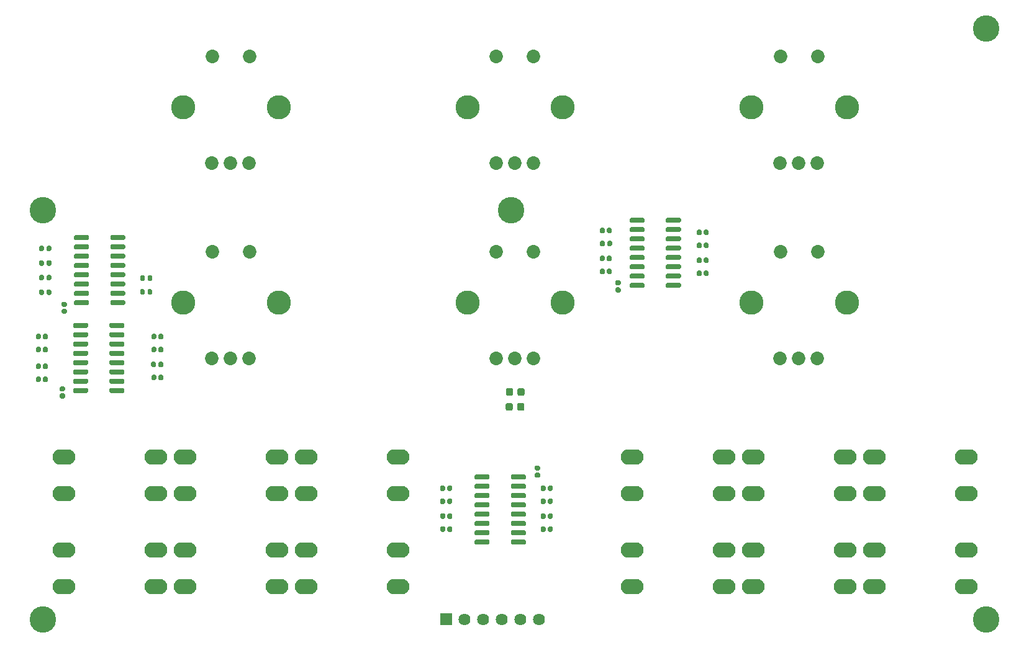
<source format=gbr>
G04 #@! TF.GenerationSoftware,KiCad,Pcbnew,(5.1.8)-1*
G04 #@! TF.CreationDate,2022-11-27T21:23:24+01:00*
G04 #@! TF.ProjectId,pfm3_ctrl,70666d33-5f63-4747-926c-2e6b69636164,rev?*
G04 #@! TF.SameCoordinates,Original*
G04 #@! TF.FileFunction,Soldermask,Top*
G04 #@! TF.FilePolarity,Negative*
%FSLAX46Y46*%
G04 Gerber Fmt 4.6, Leading zero omitted, Abs format (unit mm)*
G04 Created by KiCad (PCBNEW (5.1.8)-1) date 2022-11-27 21:23:24*
%MOMM*%
%LPD*%
G01*
G04 APERTURE LIST*
%ADD10C,1.626000*%
%ADD11C,3.602000*%
%ADD12C,1.852060*%
%ADD13C,3.302400*%
%ADD14O,3.101740X2.100980*%
G04 APERTURE END LIST*
D10*
X139192000Y-117475000D03*
D11*
X135382000Y-61595000D03*
X200152000Y-36830000D03*
X71501000Y-61595000D03*
X200152000Y-117475000D03*
X71501000Y-117475000D03*
D10*
X136652000Y-117475000D03*
X134112000Y-117475000D03*
X131572000Y-117475000D03*
X129032000Y-117475000D03*
G36*
G01*
X125679000Y-118237000D02*
X125679000Y-116713000D01*
G75*
G02*
X125730000Y-116662000I51000J0D01*
G01*
X127254000Y-116662000D01*
G75*
G02*
X127305000Y-116713000I0J-51000D01*
G01*
X127305000Y-118237000D01*
G75*
G02*
X127254000Y-118288000I-51000J0D01*
G01*
X125730000Y-118288000D01*
G75*
G02*
X125679000Y-118237000I0J51000D01*
G01*
G37*
D12*
X172085000Y-67310000D03*
X177165000Y-67310000D03*
D13*
X168125140Y-74231500D03*
X181124860Y-74231500D03*
D12*
X172021500Y-81851500D03*
X174561500Y-81851500D03*
X177101500Y-81851500D03*
X133350000Y-67310000D03*
X138430000Y-67310000D03*
D13*
X129390140Y-74231500D03*
X142389860Y-74231500D03*
D12*
X133286500Y-81851500D03*
X135826500Y-81851500D03*
X138366500Y-81851500D03*
X94615000Y-67310000D03*
X99695000Y-67310000D03*
D13*
X90655140Y-74231500D03*
X103654860Y-74231500D03*
D12*
X94551500Y-81851500D03*
X97091500Y-81851500D03*
X99631500Y-81851500D03*
X172085000Y-40640000D03*
X177165000Y-40640000D03*
D13*
X168125140Y-47561500D03*
X181124860Y-47561500D03*
D12*
X172021500Y-55181500D03*
X174561500Y-55181500D03*
X177101500Y-55181500D03*
X133350000Y-40640000D03*
X138430000Y-40640000D03*
D13*
X129390140Y-47561500D03*
X142389860Y-47561500D03*
D12*
X133286500Y-55181500D03*
X135826500Y-55181500D03*
X138366500Y-55181500D03*
X94615000Y-40640000D03*
X99695000Y-40640000D03*
D13*
X90655140Y-47561500D03*
X103654860Y-47561500D03*
D12*
X94551500Y-55181500D03*
X97091500Y-55181500D03*
X99631500Y-55181500D03*
G36*
G01*
X77799000Y-74056000D02*
X77799000Y-74407000D01*
G75*
G02*
X77623500Y-74582500I-175500J0D01*
G01*
X75922500Y-74582500D01*
G75*
G02*
X75747000Y-74407000I0J175500D01*
G01*
X75747000Y-74056000D01*
G75*
G02*
X75922500Y-73880500I175500J0D01*
G01*
X77623500Y-73880500D01*
G75*
G02*
X77799000Y-74056000I0J-175500D01*
G01*
G37*
G36*
G01*
X77799000Y-72786000D02*
X77799000Y-73137000D01*
G75*
G02*
X77623500Y-73312500I-175500J0D01*
G01*
X75922500Y-73312500D01*
G75*
G02*
X75747000Y-73137000I0J175500D01*
G01*
X75747000Y-72786000D01*
G75*
G02*
X75922500Y-72610500I175500J0D01*
G01*
X77623500Y-72610500D01*
G75*
G02*
X77799000Y-72786000I0J-175500D01*
G01*
G37*
G36*
G01*
X77799000Y-71516000D02*
X77799000Y-71867000D01*
G75*
G02*
X77623500Y-72042500I-175500J0D01*
G01*
X75922500Y-72042500D01*
G75*
G02*
X75747000Y-71867000I0J175500D01*
G01*
X75747000Y-71516000D01*
G75*
G02*
X75922500Y-71340500I175500J0D01*
G01*
X77623500Y-71340500D01*
G75*
G02*
X77799000Y-71516000I0J-175500D01*
G01*
G37*
G36*
G01*
X77799000Y-70246000D02*
X77799000Y-70597000D01*
G75*
G02*
X77623500Y-70772500I-175500J0D01*
G01*
X75922500Y-70772500D01*
G75*
G02*
X75747000Y-70597000I0J175500D01*
G01*
X75747000Y-70246000D01*
G75*
G02*
X75922500Y-70070500I175500J0D01*
G01*
X77623500Y-70070500D01*
G75*
G02*
X77799000Y-70246000I0J-175500D01*
G01*
G37*
G36*
G01*
X77799000Y-68976000D02*
X77799000Y-69327000D01*
G75*
G02*
X77623500Y-69502500I-175500J0D01*
G01*
X75922500Y-69502500D01*
G75*
G02*
X75747000Y-69327000I0J175500D01*
G01*
X75747000Y-68976000D01*
G75*
G02*
X75922500Y-68800500I175500J0D01*
G01*
X77623500Y-68800500D01*
G75*
G02*
X77799000Y-68976000I0J-175500D01*
G01*
G37*
G36*
G01*
X77799000Y-67706000D02*
X77799000Y-68057000D01*
G75*
G02*
X77623500Y-68232500I-175500J0D01*
G01*
X75922500Y-68232500D01*
G75*
G02*
X75747000Y-68057000I0J175500D01*
G01*
X75747000Y-67706000D01*
G75*
G02*
X75922500Y-67530500I175500J0D01*
G01*
X77623500Y-67530500D01*
G75*
G02*
X77799000Y-67706000I0J-175500D01*
G01*
G37*
G36*
G01*
X77799000Y-66436000D02*
X77799000Y-66787000D01*
G75*
G02*
X77623500Y-66962500I-175500J0D01*
G01*
X75922500Y-66962500D01*
G75*
G02*
X75747000Y-66787000I0J175500D01*
G01*
X75747000Y-66436000D01*
G75*
G02*
X75922500Y-66260500I175500J0D01*
G01*
X77623500Y-66260500D01*
G75*
G02*
X77799000Y-66436000I0J-175500D01*
G01*
G37*
G36*
G01*
X77799000Y-65166000D02*
X77799000Y-65517000D01*
G75*
G02*
X77623500Y-65692500I-175500J0D01*
G01*
X75922500Y-65692500D01*
G75*
G02*
X75747000Y-65517000I0J175500D01*
G01*
X75747000Y-65166000D01*
G75*
G02*
X75922500Y-64990500I175500J0D01*
G01*
X77623500Y-64990500D01*
G75*
G02*
X77799000Y-65166000I0J-175500D01*
G01*
G37*
G36*
G01*
X82749000Y-65166000D02*
X82749000Y-65517000D01*
G75*
G02*
X82573500Y-65692500I-175500J0D01*
G01*
X80872500Y-65692500D01*
G75*
G02*
X80697000Y-65517000I0J175500D01*
G01*
X80697000Y-65166000D01*
G75*
G02*
X80872500Y-64990500I175500J0D01*
G01*
X82573500Y-64990500D01*
G75*
G02*
X82749000Y-65166000I0J-175500D01*
G01*
G37*
G36*
G01*
X82749000Y-66436000D02*
X82749000Y-66787000D01*
G75*
G02*
X82573500Y-66962500I-175500J0D01*
G01*
X80872500Y-66962500D01*
G75*
G02*
X80697000Y-66787000I0J175500D01*
G01*
X80697000Y-66436000D01*
G75*
G02*
X80872500Y-66260500I175500J0D01*
G01*
X82573500Y-66260500D01*
G75*
G02*
X82749000Y-66436000I0J-175500D01*
G01*
G37*
G36*
G01*
X82749000Y-67706000D02*
X82749000Y-68057000D01*
G75*
G02*
X82573500Y-68232500I-175500J0D01*
G01*
X80872500Y-68232500D01*
G75*
G02*
X80697000Y-68057000I0J175500D01*
G01*
X80697000Y-67706000D01*
G75*
G02*
X80872500Y-67530500I175500J0D01*
G01*
X82573500Y-67530500D01*
G75*
G02*
X82749000Y-67706000I0J-175500D01*
G01*
G37*
G36*
G01*
X82749000Y-68976000D02*
X82749000Y-69327000D01*
G75*
G02*
X82573500Y-69502500I-175500J0D01*
G01*
X80872500Y-69502500D01*
G75*
G02*
X80697000Y-69327000I0J175500D01*
G01*
X80697000Y-68976000D01*
G75*
G02*
X80872500Y-68800500I175500J0D01*
G01*
X82573500Y-68800500D01*
G75*
G02*
X82749000Y-68976000I0J-175500D01*
G01*
G37*
G36*
G01*
X82749000Y-70246000D02*
X82749000Y-70597000D01*
G75*
G02*
X82573500Y-70772500I-175500J0D01*
G01*
X80872500Y-70772500D01*
G75*
G02*
X80697000Y-70597000I0J175500D01*
G01*
X80697000Y-70246000D01*
G75*
G02*
X80872500Y-70070500I175500J0D01*
G01*
X82573500Y-70070500D01*
G75*
G02*
X82749000Y-70246000I0J-175500D01*
G01*
G37*
G36*
G01*
X82749000Y-71516000D02*
X82749000Y-71867000D01*
G75*
G02*
X82573500Y-72042500I-175500J0D01*
G01*
X80872500Y-72042500D01*
G75*
G02*
X80697000Y-71867000I0J175500D01*
G01*
X80697000Y-71516000D01*
G75*
G02*
X80872500Y-71340500I175500J0D01*
G01*
X82573500Y-71340500D01*
G75*
G02*
X82749000Y-71516000I0J-175500D01*
G01*
G37*
G36*
G01*
X82749000Y-72786000D02*
X82749000Y-73137000D01*
G75*
G02*
X82573500Y-73312500I-175500J0D01*
G01*
X80872500Y-73312500D01*
G75*
G02*
X80697000Y-73137000I0J175500D01*
G01*
X80697000Y-72786000D01*
G75*
G02*
X80872500Y-72610500I175500J0D01*
G01*
X82573500Y-72610500D01*
G75*
G02*
X82749000Y-72786000I0J-175500D01*
G01*
G37*
G36*
G01*
X82749000Y-74056000D02*
X82749000Y-74407000D01*
G75*
G02*
X82573500Y-74582500I-175500J0D01*
G01*
X80872500Y-74582500D01*
G75*
G02*
X80697000Y-74407000I0J175500D01*
G01*
X80697000Y-74056000D01*
G75*
G02*
X80872500Y-73880500I175500J0D01*
G01*
X82573500Y-73880500D01*
G75*
G02*
X82749000Y-74056000I0J-175500D01*
G01*
G37*
G36*
G01*
X85787000Y-71076500D02*
X85787000Y-70655500D01*
G75*
G02*
X85947500Y-70495000I160500J0D01*
G01*
X86268500Y-70495000D01*
G75*
G02*
X86429000Y-70655500I0J-160500D01*
G01*
X86429000Y-71076500D01*
G75*
G02*
X86268500Y-71237000I-160500J0D01*
G01*
X85947500Y-71237000D01*
G75*
G02*
X85787000Y-71076500I0J160500D01*
G01*
G37*
G36*
G01*
X84767000Y-71076500D02*
X84767000Y-70655500D01*
G75*
G02*
X84927500Y-70495000I160500J0D01*
G01*
X85248500Y-70495000D01*
G75*
G02*
X85409000Y-70655500I0J-160500D01*
G01*
X85409000Y-71076500D01*
G75*
G02*
X85248500Y-71237000I-160500J0D01*
G01*
X84927500Y-71237000D01*
G75*
G02*
X84767000Y-71076500I0J160500D01*
G01*
G37*
G36*
G01*
X85787000Y-72981500D02*
X85787000Y-72560500D01*
G75*
G02*
X85947500Y-72400000I160500J0D01*
G01*
X86268500Y-72400000D01*
G75*
G02*
X86429000Y-72560500I0J-160500D01*
G01*
X86429000Y-72981500D01*
G75*
G02*
X86268500Y-73142000I-160500J0D01*
G01*
X85947500Y-73142000D01*
G75*
G02*
X85787000Y-72981500I0J160500D01*
G01*
G37*
G36*
G01*
X84767000Y-72981500D02*
X84767000Y-72560500D01*
G75*
G02*
X84927500Y-72400000I160500J0D01*
G01*
X85248500Y-72400000D01*
G75*
G02*
X85409000Y-72560500I0J-160500D01*
G01*
X85409000Y-72981500D01*
G75*
G02*
X85248500Y-73142000I-160500J0D01*
G01*
X84927500Y-73142000D01*
G75*
G02*
X84767000Y-72981500I0J160500D01*
G01*
G37*
G36*
G01*
X71654000Y-72593500D02*
X71654000Y-73014500D01*
G75*
G02*
X71493500Y-73175000I-160500J0D01*
G01*
X71172500Y-73175000D01*
G75*
G02*
X71012000Y-73014500I0J160500D01*
G01*
X71012000Y-72593500D01*
G75*
G02*
X71172500Y-72433000I160500J0D01*
G01*
X71493500Y-72433000D01*
G75*
G02*
X71654000Y-72593500I0J-160500D01*
G01*
G37*
G36*
G01*
X72674000Y-72593500D02*
X72674000Y-73014500D01*
G75*
G02*
X72513500Y-73175000I-160500J0D01*
G01*
X72192500Y-73175000D01*
G75*
G02*
X72032000Y-73014500I0J160500D01*
G01*
X72032000Y-72593500D01*
G75*
G02*
X72192500Y-72433000I160500J0D01*
G01*
X72513500Y-72433000D01*
G75*
G02*
X72674000Y-72593500I0J-160500D01*
G01*
G37*
G36*
G01*
X71654000Y-70603500D02*
X71654000Y-71024500D01*
G75*
G02*
X71493500Y-71185000I-160500J0D01*
G01*
X71172500Y-71185000D01*
G75*
G02*
X71012000Y-71024500I0J160500D01*
G01*
X71012000Y-70603500D01*
G75*
G02*
X71172500Y-70443000I160500J0D01*
G01*
X71493500Y-70443000D01*
G75*
G02*
X71654000Y-70603500I0J-160500D01*
G01*
G37*
G36*
G01*
X72674000Y-70603500D02*
X72674000Y-71024500D01*
G75*
G02*
X72513500Y-71185000I-160500J0D01*
G01*
X72192500Y-71185000D01*
G75*
G02*
X72032000Y-71024500I0J160500D01*
G01*
X72032000Y-70603500D01*
G75*
G02*
X72192500Y-70443000I160500J0D01*
G01*
X72513500Y-70443000D01*
G75*
G02*
X72674000Y-70603500I0J-160500D01*
G01*
G37*
G36*
G01*
X71654000Y-68613500D02*
X71654000Y-69034500D01*
G75*
G02*
X71493500Y-69195000I-160500J0D01*
G01*
X71172500Y-69195000D01*
G75*
G02*
X71012000Y-69034500I0J160500D01*
G01*
X71012000Y-68613500D01*
G75*
G02*
X71172500Y-68453000I160500J0D01*
G01*
X71493500Y-68453000D01*
G75*
G02*
X71654000Y-68613500I0J-160500D01*
G01*
G37*
G36*
G01*
X72674000Y-68613500D02*
X72674000Y-69034500D01*
G75*
G02*
X72513500Y-69195000I-160500J0D01*
G01*
X72192500Y-69195000D01*
G75*
G02*
X72032000Y-69034500I0J160500D01*
G01*
X72032000Y-68613500D01*
G75*
G02*
X72192500Y-68453000I160500J0D01*
G01*
X72513500Y-68453000D01*
G75*
G02*
X72674000Y-68613500I0J-160500D01*
G01*
G37*
G36*
G01*
X71654000Y-66623500D02*
X71654000Y-67044500D01*
G75*
G02*
X71493500Y-67205000I-160500J0D01*
G01*
X71172500Y-67205000D01*
G75*
G02*
X71012000Y-67044500I0J160500D01*
G01*
X71012000Y-66623500D01*
G75*
G02*
X71172500Y-66463000I160500J0D01*
G01*
X71493500Y-66463000D01*
G75*
G02*
X71654000Y-66623500I0J-160500D01*
G01*
G37*
G36*
G01*
X72674000Y-66623500D02*
X72674000Y-67044500D01*
G75*
G02*
X72513500Y-67205000I-160500J0D01*
G01*
X72192500Y-67205000D01*
G75*
G02*
X72032000Y-67044500I0J160500D01*
G01*
X72032000Y-66623500D01*
G75*
G02*
X72192500Y-66463000I160500J0D01*
G01*
X72513500Y-66463000D01*
G75*
G02*
X72674000Y-66623500I0J-160500D01*
G01*
G37*
G36*
G01*
X74617500Y-74781000D02*
X74226500Y-74781000D01*
G75*
G02*
X74061000Y-74615500I0J165500D01*
G01*
X74061000Y-74284500D01*
G75*
G02*
X74226500Y-74119000I165500J0D01*
G01*
X74617500Y-74119000D01*
G75*
G02*
X74783000Y-74284500I0J-165500D01*
G01*
X74783000Y-74615500D01*
G75*
G02*
X74617500Y-74781000I-165500J0D01*
G01*
G37*
G36*
G01*
X74617500Y-75741000D02*
X74226500Y-75741000D01*
G75*
G02*
X74061000Y-75575500I0J165500D01*
G01*
X74061000Y-75244500D01*
G75*
G02*
X74226500Y-75079000I165500J0D01*
G01*
X74617500Y-75079000D01*
G75*
G02*
X74783000Y-75244500I0J-165500D01*
G01*
X74783000Y-75575500D01*
G75*
G02*
X74617500Y-75741000I-165500J0D01*
G01*
G37*
D14*
X184884060Y-100289360D03*
X197385940Y-100289360D03*
X197385940Y-95290640D03*
X184884060Y-95290640D03*
X151864060Y-100289360D03*
X164365940Y-100289360D03*
X164365940Y-95290640D03*
X151864060Y-95290640D03*
X184884060Y-112989360D03*
X197385940Y-112989360D03*
X197385940Y-107990640D03*
X184884060Y-107990640D03*
X168374060Y-112989360D03*
X180875940Y-112989360D03*
X180875940Y-107990640D03*
X168374060Y-107990640D03*
X151864060Y-112989360D03*
X164365940Y-112989360D03*
X164365940Y-107990640D03*
X151864060Y-107990640D03*
X168374060Y-100289360D03*
X180875940Y-100289360D03*
X180875940Y-95290640D03*
X168374060Y-95290640D03*
X107414060Y-112989360D03*
X119915940Y-112989360D03*
X119915940Y-107990640D03*
X107414060Y-107990640D03*
X90904060Y-112989360D03*
X103405940Y-112989360D03*
X103405940Y-107990640D03*
X90904060Y-107990640D03*
X74394060Y-112989360D03*
X86895940Y-112989360D03*
X86895940Y-107990640D03*
X74394060Y-107990640D03*
X107414060Y-100289360D03*
X119915940Y-100289360D03*
X119915940Y-95290640D03*
X107414060Y-95290640D03*
X90904060Y-100289360D03*
X103405940Y-100289360D03*
X103405940Y-95290640D03*
X90904060Y-95290640D03*
X74394060Y-100289360D03*
X86895940Y-100289360D03*
X86895940Y-95290640D03*
X74394060Y-95290640D03*
G36*
G01*
X135591000Y-88173750D02*
X135591000Y-88737250D01*
G75*
G02*
X135346750Y-88981500I-244250J0D01*
G01*
X134858250Y-88981500D01*
G75*
G02*
X134614000Y-88737250I0J244250D01*
G01*
X134614000Y-88173750D01*
G75*
G02*
X134858250Y-87929500I244250J0D01*
G01*
X135346750Y-87929500D01*
G75*
G02*
X135591000Y-88173750I0J-244250D01*
G01*
G37*
G36*
G01*
X137166000Y-88173750D02*
X137166000Y-88737250D01*
G75*
G02*
X136921750Y-88981500I-244250J0D01*
G01*
X136433250Y-88981500D01*
G75*
G02*
X136189000Y-88737250I0J244250D01*
G01*
X136189000Y-88173750D01*
G75*
G02*
X136433250Y-87929500I244250J0D01*
G01*
X136921750Y-87929500D01*
G75*
G02*
X137166000Y-88173750I0J-244250D01*
G01*
G37*
G36*
G01*
X135624001Y-86141750D02*
X135624001Y-86705250D01*
G75*
G02*
X135379751Y-86949500I-244250J0D01*
G01*
X134891251Y-86949500D01*
G75*
G02*
X134647001Y-86705250I0J244250D01*
G01*
X134647001Y-86141750D01*
G75*
G02*
X134891251Y-85897500I244250J0D01*
G01*
X135379751Y-85897500D01*
G75*
G02*
X135624001Y-86141750I0J-244250D01*
G01*
G37*
G36*
G01*
X137199001Y-86141750D02*
X137199001Y-86705250D01*
G75*
G02*
X136954751Y-86949500I-244250J0D01*
G01*
X136466251Y-86949500D01*
G75*
G02*
X136222001Y-86705250I0J244250D01*
G01*
X136222001Y-86141750D01*
G75*
G02*
X136466251Y-85897500I244250J0D01*
G01*
X136954751Y-85897500D01*
G75*
G02*
X137199001Y-86141750I0J-244250D01*
G01*
G37*
G36*
G01*
X126376000Y-104958000D02*
X126376000Y-105354000D01*
G75*
G02*
X126203000Y-105527000I-173000J0D01*
G01*
X125857000Y-105527000D01*
G75*
G02*
X125684000Y-105354000I0J173000D01*
G01*
X125684000Y-104958000D01*
G75*
G02*
X125857000Y-104785000I173000J0D01*
G01*
X126203000Y-104785000D01*
G75*
G02*
X126376000Y-104958000I0J-173000D01*
G01*
G37*
G36*
G01*
X127346000Y-104958000D02*
X127346000Y-105354000D01*
G75*
G02*
X127173000Y-105527000I-173000J0D01*
G01*
X126827000Y-105527000D01*
G75*
G02*
X126654000Y-105354000I0J173000D01*
G01*
X126654000Y-104958000D01*
G75*
G02*
X126827000Y-104785000I173000J0D01*
G01*
X127173000Y-104785000D01*
G75*
G02*
X127346000Y-104958000I0J-173000D01*
G01*
G37*
G36*
G01*
X126376000Y-103180000D02*
X126376000Y-103576000D01*
G75*
G02*
X126203000Y-103749000I-173000J0D01*
G01*
X125857000Y-103749000D01*
G75*
G02*
X125684000Y-103576000I0J173000D01*
G01*
X125684000Y-103180000D01*
G75*
G02*
X125857000Y-103007000I173000J0D01*
G01*
X126203000Y-103007000D01*
G75*
G02*
X126376000Y-103180000I0J-173000D01*
G01*
G37*
G36*
G01*
X127346000Y-103180000D02*
X127346000Y-103576000D01*
G75*
G02*
X127173000Y-103749000I-173000J0D01*
G01*
X126827000Y-103749000D01*
G75*
G02*
X126654000Y-103576000I0J173000D01*
G01*
X126654000Y-103180000D01*
G75*
G02*
X126827000Y-103007000I173000J0D01*
G01*
X127173000Y-103007000D01*
G75*
G02*
X127346000Y-103180000I0J-173000D01*
G01*
G37*
G36*
G01*
X126353000Y-101148000D02*
X126353000Y-101544000D01*
G75*
G02*
X126180000Y-101717000I-173000J0D01*
G01*
X125834000Y-101717000D01*
G75*
G02*
X125661000Y-101544000I0J173000D01*
G01*
X125661000Y-101148000D01*
G75*
G02*
X125834000Y-100975000I173000J0D01*
G01*
X126180000Y-100975000D01*
G75*
G02*
X126353000Y-101148000I0J-173000D01*
G01*
G37*
G36*
G01*
X127323000Y-101148000D02*
X127323000Y-101544000D01*
G75*
G02*
X127150000Y-101717000I-173000J0D01*
G01*
X126804000Y-101717000D01*
G75*
G02*
X126631000Y-101544000I0J173000D01*
G01*
X126631000Y-101148000D01*
G75*
G02*
X126804000Y-100975000I173000J0D01*
G01*
X127150000Y-100975000D01*
G75*
G02*
X127323000Y-101148000I0J-173000D01*
G01*
G37*
G36*
G01*
X126353000Y-99370000D02*
X126353000Y-99766000D01*
G75*
G02*
X126180000Y-99939000I-173000J0D01*
G01*
X125834000Y-99939000D01*
G75*
G02*
X125661000Y-99766000I0J173000D01*
G01*
X125661000Y-99370000D01*
G75*
G02*
X125834000Y-99197000I173000J0D01*
G01*
X126180000Y-99197000D01*
G75*
G02*
X126353000Y-99370000I0J-173000D01*
G01*
G37*
G36*
G01*
X127323000Y-99370000D02*
X127323000Y-99766000D01*
G75*
G02*
X127150000Y-99939000I-173000J0D01*
G01*
X126804000Y-99939000D01*
G75*
G02*
X126631000Y-99766000I0J173000D01*
G01*
X126631000Y-99370000D01*
G75*
G02*
X126804000Y-99197000I173000J0D01*
G01*
X127150000Y-99197000D01*
G75*
G02*
X127323000Y-99370000I0J-173000D01*
G01*
G37*
G36*
G01*
X140347000Y-99766000D02*
X140347000Y-99370000D01*
G75*
G02*
X140520000Y-99197000I173000J0D01*
G01*
X140866000Y-99197000D01*
G75*
G02*
X141039000Y-99370000I0J-173000D01*
G01*
X141039000Y-99766000D01*
G75*
G02*
X140866000Y-99939000I-173000J0D01*
G01*
X140520000Y-99939000D01*
G75*
G02*
X140347000Y-99766000I0J173000D01*
G01*
G37*
G36*
G01*
X139377000Y-99766000D02*
X139377000Y-99370000D01*
G75*
G02*
X139550000Y-99197000I173000J0D01*
G01*
X139896000Y-99197000D01*
G75*
G02*
X140069000Y-99370000I0J-173000D01*
G01*
X140069000Y-99766000D01*
G75*
G02*
X139896000Y-99939000I-173000J0D01*
G01*
X139550000Y-99939000D01*
G75*
G02*
X139377000Y-99766000I0J173000D01*
G01*
G37*
G36*
G01*
X140347000Y-101544000D02*
X140347000Y-101148000D01*
G75*
G02*
X140520000Y-100975000I173000J0D01*
G01*
X140866000Y-100975000D01*
G75*
G02*
X141039000Y-101148000I0J-173000D01*
G01*
X141039000Y-101544000D01*
G75*
G02*
X140866000Y-101717000I-173000J0D01*
G01*
X140520000Y-101717000D01*
G75*
G02*
X140347000Y-101544000I0J173000D01*
G01*
G37*
G36*
G01*
X139377000Y-101544000D02*
X139377000Y-101148000D01*
G75*
G02*
X139550000Y-100975000I173000J0D01*
G01*
X139896000Y-100975000D01*
G75*
G02*
X140069000Y-101148000I0J-173000D01*
G01*
X140069000Y-101544000D01*
G75*
G02*
X139896000Y-101717000I-173000J0D01*
G01*
X139550000Y-101717000D01*
G75*
G02*
X139377000Y-101544000I0J173000D01*
G01*
G37*
G36*
G01*
X140347000Y-103576000D02*
X140347000Y-103180000D01*
G75*
G02*
X140520000Y-103007000I173000J0D01*
G01*
X140866000Y-103007000D01*
G75*
G02*
X141039000Y-103180000I0J-173000D01*
G01*
X141039000Y-103576000D01*
G75*
G02*
X140866000Y-103749000I-173000J0D01*
G01*
X140520000Y-103749000D01*
G75*
G02*
X140347000Y-103576000I0J173000D01*
G01*
G37*
G36*
G01*
X139377000Y-103576000D02*
X139377000Y-103180000D01*
G75*
G02*
X139550000Y-103007000I173000J0D01*
G01*
X139896000Y-103007000D01*
G75*
G02*
X140069000Y-103180000I0J-173000D01*
G01*
X140069000Y-103576000D01*
G75*
G02*
X139896000Y-103749000I-173000J0D01*
G01*
X139550000Y-103749000D01*
G75*
G02*
X139377000Y-103576000I0J173000D01*
G01*
G37*
G36*
G01*
X140347000Y-105354000D02*
X140347000Y-104958000D01*
G75*
G02*
X140520000Y-104785000I173000J0D01*
G01*
X140866000Y-104785000D01*
G75*
G02*
X141039000Y-104958000I0J-173000D01*
G01*
X141039000Y-105354000D01*
G75*
G02*
X140866000Y-105527000I-173000J0D01*
G01*
X140520000Y-105527000D01*
G75*
G02*
X140347000Y-105354000I0J173000D01*
G01*
G37*
G36*
G01*
X139377000Y-105354000D02*
X139377000Y-104958000D01*
G75*
G02*
X139550000Y-104785000I173000J0D01*
G01*
X139896000Y-104785000D01*
G75*
G02*
X140069000Y-104958000I0J-173000D01*
G01*
X140069000Y-105354000D01*
G75*
G02*
X139896000Y-105527000I-173000J0D01*
G01*
X139550000Y-105527000D01*
G75*
G02*
X139377000Y-105354000I0J173000D01*
G01*
G37*
G36*
G01*
X160649500Y-64841000D02*
X160649500Y-64445000D01*
G75*
G02*
X160822500Y-64272000I173000J0D01*
G01*
X161168500Y-64272000D01*
G75*
G02*
X161341500Y-64445000I0J-173000D01*
G01*
X161341500Y-64841000D01*
G75*
G02*
X161168500Y-65014000I-173000J0D01*
G01*
X160822500Y-65014000D01*
G75*
G02*
X160649500Y-64841000I0J173000D01*
G01*
G37*
G36*
G01*
X161619500Y-64841000D02*
X161619500Y-64445000D01*
G75*
G02*
X161792500Y-64272000I173000J0D01*
G01*
X162138500Y-64272000D01*
G75*
G02*
X162311500Y-64445000I0J-173000D01*
G01*
X162311500Y-64841000D01*
G75*
G02*
X162138500Y-65014000I-173000J0D01*
G01*
X161792500Y-65014000D01*
G75*
G02*
X161619500Y-64841000I0J173000D01*
G01*
G37*
G36*
G01*
X160649500Y-66619000D02*
X160649500Y-66223000D01*
G75*
G02*
X160822500Y-66050000I173000J0D01*
G01*
X161168500Y-66050000D01*
G75*
G02*
X161341500Y-66223000I0J-173000D01*
G01*
X161341500Y-66619000D01*
G75*
G02*
X161168500Y-66792000I-173000J0D01*
G01*
X160822500Y-66792000D01*
G75*
G02*
X160649500Y-66619000I0J173000D01*
G01*
G37*
G36*
G01*
X161619500Y-66619000D02*
X161619500Y-66223000D01*
G75*
G02*
X161792500Y-66050000I173000J0D01*
G01*
X162138500Y-66050000D01*
G75*
G02*
X162311500Y-66223000I0J-173000D01*
G01*
X162311500Y-66619000D01*
G75*
G02*
X162138500Y-66792000I-173000J0D01*
G01*
X161792500Y-66792000D01*
G75*
G02*
X161619500Y-66619000I0J173000D01*
G01*
G37*
G36*
G01*
X160649500Y-68651000D02*
X160649500Y-68255000D01*
G75*
G02*
X160822500Y-68082000I173000J0D01*
G01*
X161168500Y-68082000D01*
G75*
G02*
X161341500Y-68255000I0J-173000D01*
G01*
X161341500Y-68651000D01*
G75*
G02*
X161168500Y-68824000I-173000J0D01*
G01*
X160822500Y-68824000D01*
G75*
G02*
X160649500Y-68651000I0J173000D01*
G01*
G37*
G36*
G01*
X161619500Y-68651000D02*
X161619500Y-68255000D01*
G75*
G02*
X161792500Y-68082000I173000J0D01*
G01*
X162138500Y-68082000D01*
G75*
G02*
X162311500Y-68255000I0J-173000D01*
G01*
X162311500Y-68651000D01*
G75*
G02*
X162138500Y-68824000I-173000J0D01*
G01*
X161792500Y-68824000D01*
G75*
G02*
X161619500Y-68651000I0J173000D01*
G01*
G37*
G36*
G01*
X160649500Y-70429000D02*
X160649500Y-70033000D01*
G75*
G02*
X160822500Y-69860000I173000J0D01*
G01*
X161168500Y-69860000D01*
G75*
G02*
X161341500Y-70033000I0J-173000D01*
G01*
X161341500Y-70429000D01*
G75*
G02*
X161168500Y-70602000I-173000J0D01*
G01*
X160822500Y-70602000D01*
G75*
G02*
X160649500Y-70429000I0J173000D01*
G01*
G37*
G36*
G01*
X161619500Y-70429000D02*
X161619500Y-70033000D01*
G75*
G02*
X161792500Y-69860000I173000J0D01*
G01*
X162138500Y-69860000D01*
G75*
G02*
X162311500Y-70033000I0J-173000D01*
G01*
X162311500Y-70429000D01*
G75*
G02*
X162138500Y-70602000I-173000J0D01*
G01*
X161792500Y-70602000D01*
G75*
G02*
X161619500Y-70429000I0J173000D01*
G01*
G37*
G36*
G01*
X149103500Y-69779000D02*
X149103500Y-70175000D01*
G75*
G02*
X148930500Y-70348000I-173000J0D01*
G01*
X148584500Y-70348000D01*
G75*
G02*
X148411500Y-70175000I0J173000D01*
G01*
X148411500Y-69779000D01*
G75*
G02*
X148584500Y-69606000I173000J0D01*
G01*
X148930500Y-69606000D01*
G75*
G02*
X149103500Y-69779000I0J-173000D01*
G01*
G37*
G36*
G01*
X148133500Y-69779000D02*
X148133500Y-70175000D01*
G75*
G02*
X147960500Y-70348000I-173000J0D01*
G01*
X147614500Y-70348000D01*
G75*
G02*
X147441500Y-70175000I0J173000D01*
G01*
X147441500Y-69779000D01*
G75*
G02*
X147614500Y-69606000I173000J0D01*
G01*
X147960500Y-69606000D01*
G75*
G02*
X148133500Y-69779000I0J-173000D01*
G01*
G37*
G36*
G01*
X149080500Y-68001000D02*
X149080500Y-68397000D01*
G75*
G02*
X148907500Y-68570000I-173000J0D01*
G01*
X148561500Y-68570000D01*
G75*
G02*
X148388500Y-68397000I0J173000D01*
G01*
X148388500Y-68001000D01*
G75*
G02*
X148561500Y-67828000I173000J0D01*
G01*
X148907500Y-67828000D01*
G75*
G02*
X149080500Y-68001000I0J-173000D01*
G01*
G37*
G36*
G01*
X148110500Y-68001000D02*
X148110500Y-68397000D01*
G75*
G02*
X147937500Y-68570000I-173000J0D01*
G01*
X147591500Y-68570000D01*
G75*
G02*
X147418500Y-68397000I0J173000D01*
G01*
X147418500Y-68001000D01*
G75*
G02*
X147591500Y-67828000I173000J0D01*
G01*
X147937500Y-67828000D01*
G75*
G02*
X148110500Y-68001000I0J-173000D01*
G01*
G37*
G36*
G01*
X149126500Y-65969000D02*
X149126500Y-66365000D01*
G75*
G02*
X148953500Y-66538000I-173000J0D01*
G01*
X148607500Y-66538000D01*
G75*
G02*
X148434500Y-66365000I0J173000D01*
G01*
X148434500Y-65969000D01*
G75*
G02*
X148607500Y-65796000I173000J0D01*
G01*
X148953500Y-65796000D01*
G75*
G02*
X149126500Y-65969000I0J-173000D01*
G01*
G37*
G36*
G01*
X148156500Y-65969000D02*
X148156500Y-66365000D01*
G75*
G02*
X147983500Y-66538000I-173000J0D01*
G01*
X147637500Y-66538000D01*
G75*
G02*
X147464500Y-66365000I0J173000D01*
G01*
X147464500Y-65969000D01*
G75*
G02*
X147637500Y-65796000I173000J0D01*
G01*
X147983500Y-65796000D01*
G75*
G02*
X148156500Y-65969000I0J-173000D01*
G01*
G37*
G36*
G01*
X149103500Y-64191000D02*
X149103500Y-64587000D01*
G75*
G02*
X148930500Y-64760000I-173000J0D01*
G01*
X148584500Y-64760000D01*
G75*
G02*
X148411500Y-64587000I0J173000D01*
G01*
X148411500Y-64191000D01*
G75*
G02*
X148584500Y-64018000I173000J0D01*
G01*
X148930500Y-64018000D01*
G75*
G02*
X149103500Y-64191000I0J-173000D01*
G01*
G37*
G36*
G01*
X148133500Y-64191000D02*
X148133500Y-64587000D01*
G75*
G02*
X147960500Y-64760000I-173000J0D01*
G01*
X147614500Y-64760000D01*
G75*
G02*
X147441500Y-64587000I0J173000D01*
G01*
X147441500Y-64191000D01*
G75*
G02*
X147614500Y-64018000I173000J0D01*
G01*
X147960500Y-64018000D01*
G75*
G02*
X148133500Y-64191000I0J-173000D01*
G01*
G37*
G36*
G01*
X87261000Y-79065000D02*
X87261000Y-78669000D01*
G75*
G02*
X87434000Y-78496000I173000J0D01*
G01*
X87780000Y-78496000D01*
G75*
G02*
X87953000Y-78669000I0J-173000D01*
G01*
X87953000Y-79065000D01*
G75*
G02*
X87780000Y-79238000I-173000J0D01*
G01*
X87434000Y-79238000D01*
G75*
G02*
X87261000Y-79065000I0J173000D01*
G01*
G37*
G36*
G01*
X86291000Y-79065000D02*
X86291000Y-78669000D01*
G75*
G02*
X86464000Y-78496000I173000J0D01*
G01*
X86810000Y-78496000D01*
G75*
G02*
X86983000Y-78669000I0J-173000D01*
G01*
X86983000Y-79065000D01*
G75*
G02*
X86810000Y-79238000I-173000J0D01*
G01*
X86464000Y-79238000D01*
G75*
G02*
X86291000Y-79065000I0J173000D01*
G01*
G37*
G36*
G01*
X87261000Y-80843000D02*
X87261000Y-80447000D01*
G75*
G02*
X87434000Y-80274000I173000J0D01*
G01*
X87780000Y-80274000D01*
G75*
G02*
X87953000Y-80447000I0J-173000D01*
G01*
X87953000Y-80843000D01*
G75*
G02*
X87780000Y-81016000I-173000J0D01*
G01*
X87434000Y-81016000D01*
G75*
G02*
X87261000Y-80843000I0J173000D01*
G01*
G37*
G36*
G01*
X86291000Y-80843000D02*
X86291000Y-80447000D01*
G75*
G02*
X86464000Y-80274000I173000J0D01*
G01*
X86810000Y-80274000D01*
G75*
G02*
X86983000Y-80447000I0J-173000D01*
G01*
X86983000Y-80843000D01*
G75*
G02*
X86810000Y-81016000I-173000J0D01*
G01*
X86464000Y-81016000D01*
G75*
G02*
X86291000Y-80843000I0J173000D01*
G01*
G37*
G36*
G01*
X87238000Y-82875000D02*
X87238000Y-82479000D01*
G75*
G02*
X87411000Y-82306000I173000J0D01*
G01*
X87757000Y-82306000D01*
G75*
G02*
X87930000Y-82479000I0J-173000D01*
G01*
X87930000Y-82875000D01*
G75*
G02*
X87757000Y-83048000I-173000J0D01*
G01*
X87411000Y-83048000D01*
G75*
G02*
X87238000Y-82875000I0J173000D01*
G01*
G37*
G36*
G01*
X86268000Y-82875000D02*
X86268000Y-82479000D01*
G75*
G02*
X86441000Y-82306000I173000J0D01*
G01*
X86787000Y-82306000D01*
G75*
G02*
X86960000Y-82479000I0J-173000D01*
G01*
X86960000Y-82875000D01*
G75*
G02*
X86787000Y-83048000I-173000J0D01*
G01*
X86441000Y-83048000D01*
G75*
G02*
X86268000Y-82875000I0J173000D01*
G01*
G37*
G36*
G01*
X87261000Y-84653000D02*
X87261000Y-84257000D01*
G75*
G02*
X87434000Y-84084000I173000J0D01*
G01*
X87780000Y-84084000D01*
G75*
G02*
X87953000Y-84257000I0J-173000D01*
G01*
X87953000Y-84653000D01*
G75*
G02*
X87780000Y-84826000I-173000J0D01*
G01*
X87434000Y-84826000D01*
G75*
G02*
X87261000Y-84653000I0J173000D01*
G01*
G37*
G36*
G01*
X86291000Y-84653000D02*
X86291000Y-84257000D01*
G75*
G02*
X86464000Y-84084000I173000J0D01*
G01*
X86810000Y-84084000D01*
G75*
G02*
X86983000Y-84257000I0J-173000D01*
G01*
X86983000Y-84653000D01*
G75*
G02*
X86810000Y-84826000I-173000J0D01*
G01*
X86464000Y-84826000D01*
G75*
G02*
X86291000Y-84653000I0J173000D01*
G01*
G37*
G36*
G01*
X71235000Y-84511000D02*
X71235000Y-84907000D01*
G75*
G02*
X71062000Y-85080000I-173000J0D01*
G01*
X70716000Y-85080000D01*
G75*
G02*
X70543000Y-84907000I0J173000D01*
G01*
X70543000Y-84511000D01*
G75*
G02*
X70716000Y-84338000I173000J0D01*
G01*
X71062000Y-84338000D01*
G75*
G02*
X71235000Y-84511000I0J-173000D01*
G01*
G37*
G36*
G01*
X72205000Y-84511000D02*
X72205000Y-84907000D01*
G75*
G02*
X72032000Y-85080000I-173000J0D01*
G01*
X71686000Y-85080000D01*
G75*
G02*
X71513000Y-84907000I0J173000D01*
G01*
X71513000Y-84511000D01*
G75*
G02*
X71686000Y-84338000I173000J0D01*
G01*
X72032000Y-84338000D01*
G75*
G02*
X72205000Y-84511000I0J-173000D01*
G01*
G37*
G36*
G01*
X71235000Y-82733000D02*
X71235000Y-83129000D01*
G75*
G02*
X71062000Y-83302000I-173000J0D01*
G01*
X70716000Y-83302000D01*
G75*
G02*
X70543000Y-83129000I0J173000D01*
G01*
X70543000Y-82733000D01*
G75*
G02*
X70716000Y-82560000I173000J0D01*
G01*
X71062000Y-82560000D01*
G75*
G02*
X71235000Y-82733000I0J-173000D01*
G01*
G37*
G36*
G01*
X72205000Y-82733000D02*
X72205000Y-83129000D01*
G75*
G02*
X72032000Y-83302000I-173000J0D01*
G01*
X71686000Y-83302000D01*
G75*
G02*
X71513000Y-83129000I0J173000D01*
G01*
X71513000Y-82733000D01*
G75*
G02*
X71686000Y-82560000I173000J0D01*
G01*
X72032000Y-82560000D01*
G75*
G02*
X72205000Y-82733000I0J-173000D01*
G01*
G37*
G36*
G01*
X71235000Y-80447000D02*
X71235000Y-80843000D01*
G75*
G02*
X71062000Y-81016000I-173000J0D01*
G01*
X70716000Y-81016000D01*
G75*
G02*
X70543000Y-80843000I0J173000D01*
G01*
X70543000Y-80447000D01*
G75*
G02*
X70716000Y-80274000I173000J0D01*
G01*
X71062000Y-80274000D01*
G75*
G02*
X71235000Y-80447000I0J-173000D01*
G01*
G37*
G36*
G01*
X72205000Y-80447000D02*
X72205000Y-80843000D01*
G75*
G02*
X72032000Y-81016000I-173000J0D01*
G01*
X71686000Y-81016000D01*
G75*
G02*
X71513000Y-80843000I0J173000D01*
G01*
X71513000Y-80447000D01*
G75*
G02*
X71686000Y-80274000I173000J0D01*
G01*
X72032000Y-80274000D01*
G75*
G02*
X72205000Y-80447000I0J-173000D01*
G01*
G37*
G36*
G01*
X71235000Y-78669000D02*
X71235000Y-79065000D01*
G75*
G02*
X71062000Y-79238000I-173000J0D01*
G01*
X70716000Y-79238000D01*
G75*
G02*
X70543000Y-79065000I0J173000D01*
G01*
X70543000Y-78669000D01*
G75*
G02*
X70716000Y-78496000I173000J0D01*
G01*
X71062000Y-78496000D01*
G75*
G02*
X71235000Y-78669000I0J-173000D01*
G01*
G37*
G36*
G01*
X72205000Y-78669000D02*
X72205000Y-79065000D01*
G75*
G02*
X72032000Y-79238000I-173000J0D01*
G01*
X71686000Y-79238000D01*
G75*
G02*
X71513000Y-79065000I0J173000D01*
G01*
X71513000Y-78669000D01*
G75*
G02*
X71686000Y-78496000I173000J0D01*
G01*
X72032000Y-78496000D01*
G75*
G02*
X72205000Y-78669000I0J-173000D01*
G01*
G37*
G36*
G01*
X135307000Y-98219500D02*
X135307000Y-97868500D01*
G75*
G02*
X135482500Y-97693000I175500J0D01*
G01*
X137183500Y-97693000D01*
G75*
G02*
X137359000Y-97868500I0J-175500D01*
G01*
X137359000Y-98219500D01*
G75*
G02*
X137183500Y-98395000I-175500J0D01*
G01*
X135482500Y-98395000D01*
G75*
G02*
X135307000Y-98219500I0J175500D01*
G01*
G37*
G36*
G01*
X135307000Y-99489500D02*
X135307000Y-99138500D01*
G75*
G02*
X135482500Y-98963000I175500J0D01*
G01*
X137183500Y-98963000D01*
G75*
G02*
X137359000Y-99138500I0J-175500D01*
G01*
X137359000Y-99489500D01*
G75*
G02*
X137183500Y-99665000I-175500J0D01*
G01*
X135482500Y-99665000D01*
G75*
G02*
X135307000Y-99489500I0J175500D01*
G01*
G37*
G36*
G01*
X135307000Y-100759500D02*
X135307000Y-100408500D01*
G75*
G02*
X135482500Y-100233000I175500J0D01*
G01*
X137183500Y-100233000D01*
G75*
G02*
X137359000Y-100408500I0J-175500D01*
G01*
X137359000Y-100759500D01*
G75*
G02*
X137183500Y-100935000I-175500J0D01*
G01*
X135482500Y-100935000D01*
G75*
G02*
X135307000Y-100759500I0J175500D01*
G01*
G37*
G36*
G01*
X135307000Y-102029500D02*
X135307000Y-101678500D01*
G75*
G02*
X135482500Y-101503000I175500J0D01*
G01*
X137183500Y-101503000D01*
G75*
G02*
X137359000Y-101678500I0J-175500D01*
G01*
X137359000Y-102029500D01*
G75*
G02*
X137183500Y-102205000I-175500J0D01*
G01*
X135482500Y-102205000D01*
G75*
G02*
X135307000Y-102029500I0J175500D01*
G01*
G37*
G36*
G01*
X135307000Y-103299500D02*
X135307000Y-102948500D01*
G75*
G02*
X135482500Y-102773000I175500J0D01*
G01*
X137183500Y-102773000D01*
G75*
G02*
X137359000Y-102948500I0J-175500D01*
G01*
X137359000Y-103299500D01*
G75*
G02*
X137183500Y-103475000I-175500J0D01*
G01*
X135482500Y-103475000D01*
G75*
G02*
X135307000Y-103299500I0J175500D01*
G01*
G37*
G36*
G01*
X135307000Y-104569500D02*
X135307000Y-104218500D01*
G75*
G02*
X135482500Y-104043000I175500J0D01*
G01*
X137183500Y-104043000D01*
G75*
G02*
X137359000Y-104218500I0J-175500D01*
G01*
X137359000Y-104569500D01*
G75*
G02*
X137183500Y-104745000I-175500J0D01*
G01*
X135482500Y-104745000D01*
G75*
G02*
X135307000Y-104569500I0J175500D01*
G01*
G37*
G36*
G01*
X135307000Y-105839500D02*
X135307000Y-105488500D01*
G75*
G02*
X135482500Y-105313000I175500J0D01*
G01*
X137183500Y-105313000D01*
G75*
G02*
X137359000Y-105488500I0J-175500D01*
G01*
X137359000Y-105839500D01*
G75*
G02*
X137183500Y-106015000I-175500J0D01*
G01*
X135482500Y-106015000D01*
G75*
G02*
X135307000Y-105839500I0J175500D01*
G01*
G37*
G36*
G01*
X135307000Y-107109500D02*
X135307000Y-106758500D01*
G75*
G02*
X135482500Y-106583000I175500J0D01*
G01*
X137183500Y-106583000D01*
G75*
G02*
X137359000Y-106758500I0J-175500D01*
G01*
X137359000Y-107109500D01*
G75*
G02*
X137183500Y-107285000I-175500J0D01*
G01*
X135482500Y-107285000D01*
G75*
G02*
X135307000Y-107109500I0J175500D01*
G01*
G37*
G36*
G01*
X130357000Y-107109500D02*
X130357000Y-106758500D01*
G75*
G02*
X130532500Y-106583000I175500J0D01*
G01*
X132233500Y-106583000D01*
G75*
G02*
X132409000Y-106758500I0J-175500D01*
G01*
X132409000Y-107109500D01*
G75*
G02*
X132233500Y-107285000I-175500J0D01*
G01*
X130532500Y-107285000D01*
G75*
G02*
X130357000Y-107109500I0J175500D01*
G01*
G37*
G36*
G01*
X130357000Y-105839500D02*
X130357000Y-105488500D01*
G75*
G02*
X130532500Y-105313000I175500J0D01*
G01*
X132233500Y-105313000D01*
G75*
G02*
X132409000Y-105488500I0J-175500D01*
G01*
X132409000Y-105839500D01*
G75*
G02*
X132233500Y-106015000I-175500J0D01*
G01*
X130532500Y-106015000D01*
G75*
G02*
X130357000Y-105839500I0J175500D01*
G01*
G37*
G36*
G01*
X130357000Y-104569500D02*
X130357000Y-104218500D01*
G75*
G02*
X130532500Y-104043000I175500J0D01*
G01*
X132233500Y-104043000D01*
G75*
G02*
X132409000Y-104218500I0J-175500D01*
G01*
X132409000Y-104569500D01*
G75*
G02*
X132233500Y-104745000I-175500J0D01*
G01*
X130532500Y-104745000D01*
G75*
G02*
X130357000Y-104569500I0J175500D01*
G01*
G37*
G36*
G01*
X130357000Y-103299500D02*
X130357000Y-102948500D01*
G75*
G02*
X130532500Y-102773000I175500J0D01*
G01*
X132233500Y-102773000D01*
G75*
G02*
X132409000Y-102948500I0J-175500D01*
G01*
X132409000Y-103299500D01*
G75*
G02*
X132233500Y-103475000I-175500J0D01*
G01*
X130532500Y-103475000D01*
G75*
G02*
X130357000Y-103299500I0J175500D01*
G01*
G37*
G36*
G01*
X130357000Y-102029500D02*
X130357000Y-101678500D01*
G75*
G02*
X130532500Y-101503000I175500J0D01*
G01*
X132233500Y-101503000D01*
G75*
G02*
X132409000Y-101678500I0J-175500D01*
G01*
X132409000Y-102029500D01*
G75*
G02*
X132233500Y-102205000I-175500J0D01*
G01*
X130532500Y-102205000D01*
G75*
G02*
X130357000Y-102029500I0J175500D01*
G01*
G37*
G36*
G01*
X130357000Y-100759500D02*
X130357000Y-100408500D01*
G75*
G02*
X130532500Y-100233000I175500J0D01*
G01*
X132233500Y-100233000D01*
G75*
G02*
X132409000Y-100408500I0J-175500D01*
G01*
X132409000Y-100759500D01*
G75*
G02*
X132233500Y-100935000I-175500J0D01*
G01*
X130532500Y-100935000D01*
G75*
G02*
X130357000Y-100759500I0J175500D01*
G01*
G37*
G36*
G01*
X130357000Y-99489500D02*
X130357000Y-99138500D01*
G75*
G02*
X130532500Y-98963000I175500J0D01*
G01*
X132233500Y-98963000D01*
G75*
G02*
X132409000Y-99138500I0J-175500D01*
G01*
X132409000Y-99489500D01*
G75*
G02*
X132233500Y-99665000I-175500J0D01*
G01*
X130532500Y-99665000D01*
G75*
G02*
X130357000Y-99489500I0J175500D01*
G01*
G37*
G36*
G01*
X130357000Y-98219500D02*
X130357000Y-97868500D01*
G75*
G02*
X130532500Y-97693000I175500J0D01*
G01*
X132233500Y-97693000D01*
G75*
G02*
X132409000Y-97868500I0J-175500D01*
G01*
X132409000Y-98219500D01*
G75*
G02*
X132233500Y-98395000I-175500J0D01*
G01*
X130532500Y-98395000D01*
G75*
G02*
X130357000Y-98219500I0J175500D01*
G01*
G37*
G36*
G01*
X158504500Y-71706500D02*
X158504500Y-72057500D01*
G75*
G02*
X158329000Y-72233000I-175500J0D01*
G01*
X156628000Y-72233000D01*
G75*
G02*
X156452500Y-72057500I0J175500D01*
G01*
X156452500Y-71706500D01*
G75*
G02*
X156628000Y-71531000I175500J0D01*
G01*
X158329000Y-71531000D01*
G75*
G02*
X158504500Y-71706500I0J-175500D01*
G01*
G37*
G36*
G01*
X158504500Y-70436500D02*
X158504500Y-70787500D01*
G75*
G02*
X158329000Y-70963000I-175500J0D01*
G01*
X156628000Y-70963000D01*
G75*
G02*
X156452500Y-70787500I0J175500D01*
G01*
X156452500Y-70436500D01*
G75*
G02*
X156628000Y-70261000I175500J0D01*
G01*
X158329000Y-70261000D01*
G75*
G02*
X158504500Y-70436500I0J-175500D01*
G01*
G37*
G36*
G01*
X158504500Y-69166500D02*
X158504500Y-69517500D01*
G75*
G02*
X158329000Y-69693000I-175500J0D01*
G01*
X156628000Y-69693000D01*
G75*
G02*
X156452500Y-69517500I0J175500D01*
G01*
X156452500Y-69166500D01*
G75*
G02*
X156628000Y-68991000I175500J0D01*
G01*
X158329000Y-68991000D01*
G75*
G02*
X158504500Y-69166500I0J-175500D01*
G01*
G37*
G36*
G01*
X158504500Y-67896500D02*
X158504500Y-68247500D01*
G75*
G02*
X158329000Y-68423000I-175500J0D01*
G01*
X156628000Y-68423000D01*
G75*
G02*
X156452500Y-68247500I0J175500D01*
G01*
X156452500Y-67896500D01*
G75*
G02*
X156628000Y-67721000I175500J0D01*
G01*
X158329000Y-67721000D01*
G75*
G02*
X158504500Y-67896500I0J-175500D01*
G01*
G37*
G36*
G01*
X158504500Y-66626500D02*
X158504500Y-66977500D01*
G75*
G02*
X158329000Y-67153000I-175500J0D01*
G01*
X156628000Y-67153000D01*
G75*
G02*
X156452500Y-66977500I0J175500D01*
G01*
X156452500Y-66626500D01*
G75*
G02*
X156628000Y-66451000I175500J0D01*
G01*
X158329000Y-66451000D01*
G75*
G02*
X158504500Y-66626500I0J-175500D01*
G01*
G37*
G36*
G01*
X158504500Y-65356500D02*
X158504500Y-65707500D01*
G75*
G02*
X158329000Y-65883000I-175500J0D01*
G01*
X156628000Y-65883000D01*
G75*
G02*
X156452500Y-65707500I0J175500D01*
G01*
X156452500Y-65356500D01*
G75*
G02*
X156628000Y-65181000I175500J0D01*
G01*
X158329000Y-65181000D01*
G75*
G02*
X158504500Y-65356500I0J-175500D01*
G01*
G37*
G36*
G01*
X158504500Y-64086500D02*
X158504500Y-64437500D01*
G75*
G02*
X158329000Y-64613000I-175500J0D01*
G01*
X156628000Y-64613000D01*
G75*
G02*
X156452500Y-64437500I0J175500D01*
G01*
X156452500Y-64086500D01*
G75*
G02*
X156628000Y-63911000I175500J0D01*
G01*
X158329000Y-63911000D01*
G75*
G02*
X158504500Y-64086500I0J-175500D01*
G01*
G37*
G36*
G01*
X158504500Y-62816500D02*
X158504500Y-63167500D01*
G75*
G02*
X158329000Y-63343000I-175500J0D01*
G01*
X156628000Y-63343000D01*
G75*
G02*
X156452500Y-63167500I0J175500D01*
G01*
X156452500Y-62816500D01*
G75*
G02*
X156628000Y-62641000I175500J0D01*
G01*
X158329000Y-62641000D01*
G75*
G02*
X158504500Y-62816500I0J-175500D01*
G01*
G37*
G36*
G01*
X153554500Y-62816500D02*
X153554500Y-63167500D01*
G75*
G02*
X153379000Y-63343000I-175500J0D01*
G01*
X151678000Y-63343000D01*
G75*
G02*
X151502500Y-63167500I0J175500D01*
G01*
X151502500Y-62816500D01*
G75*
G02*
X151678000Y-62641000I175500J0D01*
G01*
X153379000Y-62641000D01*
G75*
G02*
X153554500Y-62816500I0J-175500D01*
G01*
G37*
G36*
G01*
X153554500Y-64086500D02*
X153554500Y-64437500D01*
G75*
G02*
X153379000Y-64613000I-175500J0D01*
G01*
X151678000Y-64613000D01*
G75*
G02*
X151502500Y-64437500I0J175500D01*
G01*
X151502500Y-64086500D01*
G75*
G02*
X151678000Y-63911000I175500J0D01*
G01*
X153379000Y-63911000D01*
G75*
G02*
X153554500Y-64086500I0J-175500D01*
G01*
G37*
G36*
G01*
X153554500Y-65356500D02*
X153554500Y-65707500D01*
G75*
G02*
X153379000Y-65883000I-175500J0D01*
G01*
X151678000Y-65883000D01*
G75*
G02*
X151502500Y-65707500I0J175500D01*
G01*
X151502500Y-65356500D01*
G75*
G02*
X151678000Y-65181000I175500J0D01*
G01*
X153379000Y-65181000D01*
G75*
G02*
X153554500Y-65356500I0J-175500D01*
G01*
G37*
G36*
G01*
X153554500Y-66626500D02*
X153554500Y-66977500D01*
G75*
G02*
X153379000Y-67153000I-175500J0D01*
G01*
X151678000Y-67153000D01*
G75*
G02*
X151502500Y-66977500I0J175500D01*
G01*
X151502500Y-66626500D01*
G75*
G02*
X151678000Y-66451000I175500J0D01*
G01*
X153379000Y-66451000D01*
G75*
G02*
X153554500Y-66626500I0J-175500D01*
G01*
G37*
G36*
G01*
X153554500Y-67896500D02*
X153554500Y-68247500D01*
G75*
G02*
X153379000Y-68423000I-175500J0D01*
G01*
X151678000Y-68423000D01*
G75*
G02*
X151502500Y-68247500I0J175500D01*
G01*
X151502500Y-67896500D01*
G75*
G02*
X151678000Y-67721000I175500J0D01*
G01*
X153379000Y-67721000D01*
G75*
G02*
X153554500Y-67896500I0J-175500D01*
G01*
G37*
G36*
G01*
X153554500Y-69166500D02*
X153554500Y-69517500D01*
G75*
G02*
X153379000Y-69693000I-175500J0D01*
G01*
X151678000Y-69693000D01*
G75*
G02*
X151502500Y-69517500I0J175500D01*
G01*
X151502500Y-69166500D01*
G75*
G02*
X151678000Y-68991000I175500J0D01*
G01*
X153379000Y-68991000D01*
G75*
G02*
X153554500Y-69166500I0J-175500D01*
G01*
G37*
G36*
G01*
X153554500Y-70436500D02*
X153554500Y-70787500D01*
G75*
G02*
X153379000Y-70963000I-175500J0D01*
G01*
X151678000Y-70963000D01*
G75*
G02*
X151502500Y-70787500I0J175500D01*
G01*
X151502500Y-70436500D01*
G75*
G02*
X151678000Y-70261000I175500J0D01*
G01*
X153379000Y-70261000D01*
G75*
G02*
X153554500Y-70436500I0J-175500D01*
G01*
G37*
G36*
G01*
X153554500Y-71706500D02*
X153554500Y-72057500D01*
G75*
G02*
X153379000Y-72233000I-175500J0D01*
G01*
X151678000Y-72233000D01*
G75*
G02*
X151502500Y-72057500I0J175500D01*
G01*
X151502500Y-71706500D01*
G75*
G02*
X151678000Y-71531000I175500J0D01*
G01*
X153379000Y-71531000D01*
G75*
G02*
X153554500Y-71706500I0J-175500D01*
G01*
G37*
G36*
G01*
X77672000Y-86057500D02*
X77672000Y-86408500D01*
G75*
G02*
X77496500Y-86584000I-175500J0D01*
G01*
X75795500Y-86584000D01*
G75*
G02*
X75620000Y-86408500I0J175500D01*
G01*
X75620000Y-86057500D01*
G75*
G02*
X75795500Y-85882000I175500J0D01*
G01*
X77496500Y-85882000D01*
G75*
G02*
X77672000Y-86057500I0J-175500D01*
G01*
G37*
G36*
G01*
X77672000Y-84787500D02*
X77672000Y-85138500D01*
G75*
G02*
X77496500Y-85314000I-175500J0D01*
G01*
X75795500Y-85314000D01*
G75*
G02*
X75620000Y-85138500I0J175500D01*
G01*
X75620000Y-84787500D01*
G75*
G02*
X75795500Y-84612000I175500J0D01*
G01*
X77496500Y-84612000D01*
G75*
G02*
X77672000Y-84787500I0J-175500D01*
G01*
G37*
G36*
G01*
X77672000Y-83517500D02*
X77672000Y-83868500D01*
G75*
G02*
X77496500Y-84044000I-175500J0D01*
G01*
X75795500Y-84044000D01*
G75*
G02*
X75620000Y-83868500I0J175500D01*
G01*
X75620000Y-83517500D01*
G75*
G02*
X75795500Y-83342000I175500J0D01*
G01*
X77496500Y-83342000D01*
G75*
G02*
X77672000Y-83517500I0J-175500D01*
G01*
G37*
G36*
G01*
X77672000Y-82247500D02*
X77672000Y-82598500D01*
G75*
G02*
X77496500Y-82774000I-175500J0D01*
G01*
X75795500Y-82774000D01*
G75*
G02*
X75620000Y-82598500I0J175500D01*
G01*
X75620000Y-82247500D01*
G75*
G02*
X75795500Y-82072000I175500J0D01*
G01*
X77496500Y-82072000D01*
G75*
G02*
X77672000Y-82247500I0J-175500D01*
G01*
G37*
G36*
G01*
X77672000Y-80977500D02*
X77672000Y-81328500D01*
G75*
G02*
X77496500Y-81504000I-175500J0D01*
G01*
X75795500Y-81504000D01*
G75*
G02*
X75620000Y-81328500I0J175500D01*
G01*
X75620000Y-80977500D01*
G75*
G02*
X75795500Y-80802000I175500J0D01*
G01*
X77496500Y-80802000D01*
G75*
G02*
X77672000Y-80977500I0J-175500D01*
G01*
G37*
G36*
G01*
X77672000Y-79707500D02*
X77672000Y-80058500D01*
G75*
G02*
X77496500Y-80234000I-175500J0D01*
G01*
X75795500Y-80234000D01*
G75*
G02*
X75620000Y-80058500I0J175500D01*
G01*
X75620000Y-79707500D01*
G75*
G02*
X75795500Y-79532000I175500J0D01*
G01*
X77496500Y-79532000D01*
G75*
G02*
X77672000Y-79707500I0J-175500D01*
G01*
G37*
G36*
G01*
X77672000Y-78437500D02*
X77672000Y-78788500D01*
G75*
G02*
X77496500Y-78964000I-175500J0D01*
G01*
X75795500Y-78964000D01*
G75*
G02*
X75620000Y-78788500I0J175500D01*
G01*
X75620000Y-78437500D01*
G75*
G02*
X75795500Y-78262000I175500J0D01*
G01*
X77496500Y-78262000D01*
G75*
G02*
X77672000Y-78437500I0J-175500D01*
G01*
G37*
G36*
G01*
X77672000Y-77167500D02*
X77672000Y-77518500D01*
G75*
G02*
X77496500Y-77694000I-175500J0D01*
G01*
X75795500Y-77694000D01*
G75*
G02*
X75620000Y-77518500I0J175500D01*
G01*
X75620000Y-77167500D01*
G75*
G02*
X75795500Y-76992000I175500J0D01*
G01*
X77496500Y-76992000D01*
G75*
G02*
X77672000Y-77167500I0J-175500D01*
G01*
G37*
G36*
G01*
X82622000Y-77167500D02*
X82622000Y-77518500D01*
G75*
G02*
X82446500Y-77694000I-175500J0D01*
G01*
X80745500Y-77694000D01*
G75*
G02*
X80570000Y-77518500I0J175500D01*
G01*
X80570000Y-77167500D01*
G75*
G02*
X80745500Y-76992000I175500J0D01*
G01*
X82446500Y-76992000D01*
G75*
G02*
X82622000Y-77167500I0J-175500D01*
G01*
G37*
G36*
G01*
X82622000Y-78437500D02*
X82622000Y-78788500D01*
G75*
G02*
X82446500Y-78964000I-175500J0D01*
G01*
X80745500Y-78964000D01*
G75*
G02*
X80570000Y-78788500I0J175500D01*
G01*
X80570000Y-78437500D01*
G75*
G02*
X80745500Y-78262000I175500J0D01*
G01*
X82446500Y-78262000D01*
G75*
G02*
X82622000Y-78437500I0J-175500D01*
G01*
G37*
G36*
G01*
X82622000Y-79707500D02*
X82622000Y-80058500D01*
G75*
G02*
X82446500Y-80234000I-175500J0D01*
G01*
X80745500Y-80234000D01*
G75*
G02*
X80570000Y-80058500I0J175500D01*
G01*
X80570000Y-79707500D01*
G75*
G02*
X80745500Y-79532000I175500J0D01*
G01*
X82446500Y-79532000D01*
G75*
G02*
X82622000Y-79707500I0J-175500D01*
G01*
G37*
G36*
G01*
X82622000Y-80977500D02*
X82622000Y-81328500D01*
G75*
G02*
X82446500Y-81504000I-175500J0D01*
G01*
X80745500Y-81504000D01*
G75*
G02*
X80570000Y-81328500I0J175500D01*
G01*
X80570000Y-80977500D01*
G75*
G02*
X80745500Y-80802000I175500J0D01*
G01*
X82446500Y-80802000D01*
G75*
G02*
X82622000Y-80977500I0J-175500D01*
G01*
G37*
G36*
G01*
X82622000Y-82247500D02*
X82622000Y-82598500D01*
G75*
G02*
X82446500Y-82774000I-175500J0D01*
G01*
X80745500Y-82774000D01*
G75*
G02*
X80570000Y-82598500I0J175500D01*
G01*
X80570000Y-82247500D01*
G75*
G02*
X80745500Y-82072000I175500J0D01*
G01*
X82446500Y-82072000D01*
G75*
G02*
X82622000Y-82247500I0J-175500D01*
G01*
G37*
G36*
G01*
X82622000Y-83517500D02*
X82622000Y-83868500D01*
G75*
G02*
X82446500Y-84044000I-175500J0D01*
G01*
X80745500Y-84044000D01*
G75*
G02*
X80570000Y-83868500I0J175500D01*
G01*
X80570000Y-83517500D01*
G75*
G02*
X80745500Y-83342000I175500J0D01*
G01*
X82446500Y-83342000D01*
G75*
G02*
X82622000Y-83517500I0J-175500D01*
G01*
G37*
G36*
G01*
X82622000Y-84787500D02*
X82622000Y-85138500D01*
G75*
G02*
X82446500Y-85314000I-175500J0D01*
G01*
X80745500Y-85314000D01*
G75*
G02*
X80570000Y-85138500I0J175500D01*
G01*
X80570000Y-84787500D01*
G75*
G02*
X80745500Y-84612000I175500J0D01*
G01*
X82446500Y-84612000D01*
G75*
G02*
X82622000Y-84787500I0J-175500D01*
G01*
G37*
G36*
G01*
X82622000Y-86057500D02*
X82622000Y-86408500D01*
G75*
G02*
X82446500Y-86584000I-175500J0D01*
G01*
X80745500Y-86584000D01*
G75*
G02*
X80570000Y-86408500I0J175500D01*
G01*
X80570000Y-86057500D01*
G75*
G02*
X80745500Y-85882000I175500J0D01*
G01*
X82446500Y-85882000D01*
G75*
G02*
X82622000Y-86057500I0J-175500D01*
G01*
G37*
G36*
G01*
X74366000Y-86348000D02*
X73970000Y-86348000D01*
G75*
G02*
X73797000Y-86175000I0J173000D01*
G01*
X73797000Y-85829000D01*
G75*
G02*
X73970000Y-85656000I173000J0D01*
G01*
X74366000Y-85656000D01*
G75*
G02*
X74539000Y-85829000I0J-173000D01*
G01*
X74539000Y-86175000D01*
G75*
G02*
X74366000Y-86348000I-173000J0D01*
G01*
G37*
G36*
G01*
X74366000Y-87318000D02*
X73970000Y-87318000D01*
G75*
G02*
X73797000Y-87145000I0J173000D01*
G01*
X73797000Y-86799000D01*
G75*
G02*
X73970000Y-86626000I173000J0D01*
G01*
X74366000Y-86626000D01*
G75*
G02*
X74539000Y-86799000I0J-173000D01*
G01*
X74539000Y-87145000D01*
G75*
G02*
X74366000Y-87318000I-173000J0D01*
G01*
G37*
G36*
G01*
X138740000Y-97444000D02*
X139136000Y-97444000D01*
G75*
G02*
X139309000Y-97617000I0J-173000D01*
G01*
X139309000Y-97963000D01*
G75*
G02*
X139136000Y-98136000I-173000J0D01*
G01*
X138740000Y-98136000D01*
G75*
G02*
X138567000Y-97963000I0J173000D01*
G01*
X138567000Y-97617000D01*
G75*
G02*
X138740000Y-97444000I173000J0D01*
G01*
G37*
G36*
G01*
X138740000Y-96474000D02*
X139136000Y-96474000D01*
G75*
G02*
X139309000Y-96647000I0J-173000D01*
G01*
X139309000Y-96993000D01*
G75*
G02*
X139136000Y-97166000I-173000J0D01*
G01*
X138740000Y-97166000D01*
G75*
G02*
X138567000Y-96993000I0J173000D01*
G01*
X138567000Y-96647000D01*
G75*
G02*
X138740000Y-96474000I173000J0D01*
G01*
G37*
G36*
G01*
X150121500Y-72840000D02*
X149725500Y-72840000D01*
G75*
G02*
X149552500Y-72667000I0J173000D01*
G01*
X149552500Y-72321000D01*
G75*
G02*
X149725500Y-72148000I173000J0D01*
G01*
X150121500Y-72148000D01*
G75*
G02*
X150294500Y-72321000I0J-173000D01*
G01*
X150294500Y-72667000D01*
G75*
G02*
X150121500Y-72840000I-173000J0D01*
G01*
G37*
G36*
G01*
X150121500Y-71870000D02*
X149725500Y-71870000D01*
G75*
G02*
X149552500Y-71697000I0J173000D01*
G01*
X149552500Y-71351000D01*
G75*
G02*
X149725500Y-71178000I173000J0D01*
G01*
X150121500Y-71178000D01*
G75*
G02*
X150294500Y-71351000I0J-173000D01*
G01*
X150294500Y-71697000D01*
G75*
G02*
X150121500Y-71870000I-173000J0D01*
G01*
G37*
M02*

</source>
